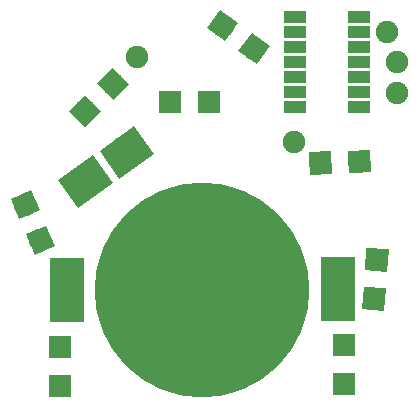
<source format=gbs>
G04 #@! TF.GenerationSoftware,KiCad,Pcbnew,(5.0.0)*
G04 #@! TF.CreationDate,2018-10-20T01:37:56+02:00*
G04 #@! TF.ProjectId,rubylife,727562796C6966652E6B696361645F70,rev?*
G04 #@! TF.SameCoordinates,Original*
G04 #@! TF.FileFunction,Soldermask,Bot*
G04 #@! TF.FilePolarity,Negative*
%FSLAX46Y46*%
G04 Gerber Fmt 4.6, Leading zero omitted, Abs format (unit mm)*
G04 Created by KiCad (PCBNEW (5.0.0)) date 10/20/18 01:37:56*
%MOMM*%
%LPD*%
G01*
G04 APERTURE LIST*
%ADD10R,2.900000X5.500000*%
%ADD11C,18.200000*%
%ADD12R,1.900000X1.000000*%
%ADD13C,1.900000*%
%ADD14C,2.900000*%
%ADD15C,0.100000*%
%ADD16R,1.900000X1.900000*%
G04 APERTURE END LIST*
D10*
G04 #@! TO.C,BT1*
X125500000Y-70850000D03*
X102600000Y-70900000D03*
D11*
X114050000Y-70900000D03*
G04 #@! TD*
D12*
G04 #@! TO.C,U1*
X127300000Y-47790000D03*
X127300000Y-49060000D03*
X127300000Y-50330000D03*
X127300000Y-51600000D03*
X127300000Y-52870000D03*
X127300000Y-54140000D03*
X127300000Y-55410000D03*
X121900000Y-55410000D03*
X121900000Y-54140000D03*
X121900000Y-52870000D03*
X121900000Y-51600000D03*
X121900000Y-50330000D03*
X121900000Y-49060000D03*
X121900000Y-47790000D03*
G04 #@! TD*
D13*
G04 #@! TO.C,TP1*
X130500000Y-51600000D03*
G04 #@! TD*
G04 #@! TO.C,TP2*
X129700000Y-49100000D03*
G04 #@! TD*
G04 #@! TO.C,TP3*
X130500000Y-54200000D03*
G04 #@! TD*
D14*
G04 #@! TO.C,C1*
X104138823Y-61733189D03*
D15*
G36*
X103496035Y-63953397D02*
X101832663Y-61577856D01*
X104781611Y-59512981D01*
X106444983Y-61888522D01*
X103496035Y-63953397D01*
X103496035Y-63953397D01*
G37*
D14*
X107661177Y-59266811D03*
D15*
G36*
X107018389Y-61487019D02*
X105355017Y-59111478D01*
X108303965Y-57046603D01*
X109967337Y-59422144D01*
X107018389Y-61487019D01*
X107018389Y-61487019D01*
G37*
G04 #@! TD*
D13*
G04 #@! TO.C,TP4*
X108500000Y-51200000D03*
G04 #@! TD*
G04 #@! TO.C,TP5*
X121800000Y-58400000D03*
G04 #@! TD*
D16*
G04 #@! TO.C,R1*
X114600000Y-55000000D03*
X111300000Y-55000000D03*
G04 #@! TD*
D13*
G04 #@! TO.C,R2*
X99055294Y-63681167D03*
D15*
G36*
X97809620Y-63177882D02*
X99558579Y-62435493D01*
X100300968Y-64184452D01*
X98552009Y-64926841D01*
X97809620Y-63177882D01*
X97809620Y-63177882D01*
G37*
D13*
X100344706Y-66718833D03*
D15*
G36*
X99099032Y-66215548D02*
X100847991Y-65473159D01*
X101590380Y-67222118D01*
X99841421Y-67964507D01*
X99099032Y-66215548D01*
X99099032Y-66215548D01*
G37*
G04 #@! TD*
D13*
G04 #@! TO.C,R3*
X115765122Y-48530154D03*
D15*
G36*
X114438160Y-48740324D02*
X115554952Y-47203192D01*
X117092084Y-48319984D01*
X115975292Y-49857116D01*
X114438160Y-48740324D01*
X114438160Y-48740324D01*
G37*
D13*
X118434878Y-50469846D03*
D15*
G36*
X117107916Y-50680016D02*
X118224708Y-49142884D01*
X119761840Y-50259676D01*
X118645048Y-51796808D01*
X117107916Y-50680016D01*
X117107916Y-50680016D01*
G37*
G04 #@! TD*
D16*
G04 #@! TO.C,R4*
X102000000Y-75750000D03*
X102000000Y-79050000D03*
G04 #@! TD*
D13*
G04 #@! TO.C,R5*
X127348995Y-60042416D03*
D15*
G36*
X128265262Y-59059840D02*
X128331571Y-60958683D01*
X126432728Y-61024992D01*
X126366419Y-59126149D01*
X128265262Y-59059840D01*
X128265262Y-59059840D01*
G37*
D13*
X124051005Y-60157584D03*
D15*
G36*
X124967272Y-59175008D02*
X125033581Y-61073851D01*
X123134738Y-61140160D01*
X123068429Y-59241317D01*
X124967272Y-59175008D01*
X124967272Y-59175008D01*
G37*
G04 #@! TD*
D13*
G04 #@! TO.C,R6*
X106486911Y-53453814D03*
D15*
G36*
X106510358Y-52110516D02*
X107830209Y-53477261D01*
X106463464Y-54797112D01*
X105143613Y-53430367D01*
X106510358Y-52110516D01*
X106510358Y-52110516D01*
G37*
D13*
X104113089Y-55746186D03*
D15*
G36*
X104136536Y-54402888D02*
X105456387Y-55769633D01*
X104089642Y-57089484D01*
X102769791Y-55722739D01*
X104136536Y-54402888D01*
X104136536Y-54402888D01*
G37*
G04 #@! TD*
D16*
G04 #@! TO.C,R7*
X126000000Y-75550000D03*
X126000000Y-78850000D03*
G04 #@! TD*
D13*
G04 #@! TO.C,R8*
X128815098Y-68354019D03*
D15*
G36*
X127933681Y-67340065D02*
X129829052Y-67472602D01*
X129696515Y-69367973D01*
X127801144Y-69235436D01*
X127933681Y-67340065D01*
X127933681Y-67340065D01*
G37*
D13*
X128584902Y-71645981D03*
D15*
G36*
X127703485Y-70632027D02*
X129598856Y-70764564D01*
X129466319Y-72659935D01*
X127570948Y-72527398D01*
X127703485Y-70632027D01*
X127703485Y-70632027D01*
G37*
G04 #@! TD*
M02*

</source>
